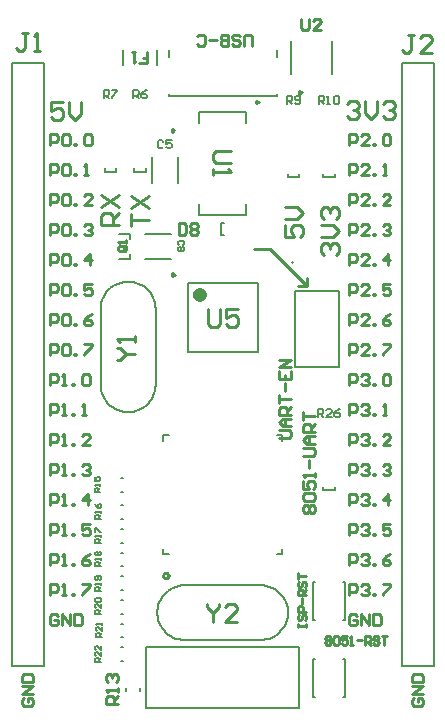
<source format=gto>
G04*
G04 #@! TF.GenerationSoftware,Altium Limited,Altium Designer,21.0.9 (235)*
G04*
G04 Layer_Color=65535*
%FSLAX25Y25*%
%MOIN*%
G70*
G04*
G04 #@! TF.SameCoordinates,E5CA4AE1-0186-4FD9-A07E-2EFFEE8FE40E*
G04*
G04*
G04 #@! TF.FilePolarity,Positive*
G04*
G01*
G75*
%ADD10C,0.00787*%
%ADD11C,0.00984*%
%ADD12C,0.01000*%
%ADD13C,0.02362*%
%ADD14C,0.00600*%
%ADD15C,0.00500*%
D10*
X85433Y26280D02*
X86423Y26333D01*
X87401Y26493D01*
X88356Y26759D01*
X89277Y27125D01*
X90152Y27590D01*
X90973Y28146D01*
X91728Y28788D01*
X92410Y29507D01*
X93009Y30296D01*
X93520Y31146D01*
X93937Y32045D01*
X94253Y32984D01*
X94466Y33952D01*
X94573Y34938D01*
X94573Y35929D01*
X94466Y36914D01*
X94253Y37882D01*
X93937Y38821D01*
X93520Y39721D01*
X93009Y40570D01*
X92409Y41359D01*
X91728Y42079D01*
X90973Y42720D01*
X90152Y43276D01*
X89276Y43741D01*
X88356Y44107D01*
X87401Y44373D01*
X86423Y44533D01*
X85433Y44587D01*
X60236D02*
X59247Y44533D01*
X58268Y44373D01*
X57314Y44107D01*
X56393Y43741D01*
X55517Y43276D01*
X54697Y42720D01*
X53941Y42079D01*
X53260Y41359D01*
X52660Y40570D01*
X52149Y39721D01*
X51733Y38821D01*
X51416Y37882D01*
X51203Y36914D01*
X51096Y35929D01*
Y34938D01*
X51203Y33952D01*
X51416Y32984D01*
X51733Y32045D01*
X52149Y31146D01*
X52660Y30296D01*
X53260Y29507D01*
X53941Y28788D01*
X54697Y28146D01*
X55517Y27590D01*
X56393Y27125D01*
X57314Y26759D01*
X58268Y26493D01*
X59246Y26333D01*
X60236Y26280D01*
X32185Y111417D02*
X32239Y110428D01*
X32399Y109450D01*
X32664Y108495D01*
X33031Y107574D01*
X33495Y106698D01*
X34051Y105878D01*
X34693Y105122D01*
X35413Y104441D01*
X36202Y103841D01*
X37051Y103330D01*
X37951Y102914D01*
X38890Y102597D01*
X39858Y102384D01*
X40843Y102277D01*
X41834D01*
X42819Y102384D01*
X43787Y102597D01*
X44727Y102914D01*
X45626Y103330D01*
X46475Y103841D01*
X47265Y104441D01*
X47984Y105122D01*
X48626Y105878D01*
X49182Y106698D01*
X49646Y107574D01*
X50013Y108495D01*
X50278Y109450D01*
X50438Y110428D01*
X50492Y111417D01*
Y136614D02*
X50438Y137604D01*
X50278Y138582D01*
X50013Y139537D01*
X49646Y140458D01*
X49182Y141333D01*
X48626Y142154D01*
X47984Y142909D01*
X47265Y143591D01*
X46475Y144191D01*
X45626Y144701D01*
X44727Y145118D01*
X43787Y145434D01*
X42819Y145647D01*
X41834Y145754D01*
X40843D01*
X39858Y145647D01*
X38890Y145434D01*
X37951Y145118D01*
X37051Y144701D01*
X36202Y144191D01*
X35413Y143591D01*
X34693Y142909D01*
X34051Y142154D01*
X33495Y141333D01*
X33031Y140458D01*
X32664Y139537D01*
X32399Y138582D01*
X32239Y137604D01*
X32185Y136614D01*
X113583Y33071D02*
Y45669D01*
X102953Y33071D02*
X103445D01*
X113091D02*
X113583D01*
X102953D02*
Y45669D01*
X103445D01*
X113091D02*
X113583D01*
X40650Y9449D02*
Y10236D01*
X45177Y9449D02*
Y10236D01*
X60236Y26280D02*
X85433D01*
X60236Y44587D02*
X85433D01*
X106299Y76181D02*
X110236D01*
Y77362D01*
X106299Y76181D02*
Y77362D01*
X72244Y161417D02*
Y165354D01*
Y161417D02*
X73425D01*
X72244Y165354D02*
X73425D01*
X94488Y180512D02*
X98425D01*
Y181693D01*
X94488Y180512D02*
Y181693D01*
X106299Y180512D02*
X110236D01*
Y181693D01*
X106299Y180512D02*
Y181693D01*
X32185Y111417D02*
Y136614D01*
X50492Y111417D02*
Y136614D01*
X50787Y218012D02*
Y222933D01*
X39764Y218012D02*
Y222933D01*
X90847Y207736D02*
Y208189D01*
Y220590D02*
Y222874D01*
X54823Y207736D02*
Y208189D01*
Y220590D02*
Y222874D01*
Y207736D02*
X90847D01*
X64985Y198553D02*
Y202239D01*
Y167839D02*
Y171526D01*
Y167839D02*
X80685D01*
Y198553D02*
Y202239D01*
Y167839D02*
Y171526D01*
X64985Y202239D02*
X80685D01*
X111575Y117323D02*
Y142520D01*
X97087D02*
X111575D01*
X97087Y117323D02*
Y142520D01*
Y117323D02*
X111575D01*
X49311Y178740D02*
Y187402D01*
X57776Y178740D02*
Y187402D01*
X95472Y214961D02*
Y225984D01*
X109252Y214961D02*
Y225984D01*
X46850Y153248D02*
X55512D01*
X46850Y161713D02*
X55512D01*
X38287Y153150D02*
X42028D01*
Y160138D02*
Y161811D01*
Y153150D02*
Y154823D01*
X38287Y161811D02*
X42028D01*
X43307Y182480D02*
X47244D01*
Y183661D01*
X43307Y182480D02*
Y183661D01*
X33465Y182480D02*
X37402D01*
Y183661D01*
X33465Y182480D02*
Y183661D01*
X38976Y23917D02*
X39764D01*
X38976Y19390D02*
X39764D01*
X38976Y31791D02*
X39764D01*
X38976Y27264D02*
X39764D01*
X38976Y39665D02*
X39764D01*
X38976Y35138D02*
X39764D01*
X38976Y47539D02*
X39764D01*
X38976Y43012D02*
X39764D01*
X38976Y55413D02*
X39764D01*
X38976Y50886D02*
X39764D01*
X38976Y63287D02*
X39764D01*
X38976Y58760D02*
X39764D01*
X38976Y71161D02*
X39764D01*
X38976Y66634D02*
X39764D01*
X38976Y75638D02*
X39764D01*
X38976Y80165D02*
X39764D01*
X132539Y17520D02*
X143130D01*
Y218701D01*
X132539D02*
X143130D01*
X132539Y17520D02*
Y218701D01*
X2539Y17520D02*
X13130D01*
Y218701D01*
X2539D02*
X13130D01*
X2539Y17520D02*
Y218701D01*
X102953Y7480D02*
X103445D01*
X113091D02*
X113583D01*
Y20079D01*
X102953D02*
X103445D01*
X113091D02*
X113583D01*
X102953Y7480D02*
Y20079D01*
X61221Y122244D02*
Y145473D01*
X84449Y122244D02*
Y145473D01*
X61221D02*
X84449D01*
X61221Y122244D02*
X84449D01*
X98425Y3484D02*
Y24075D01*
X47244D02*
X98425D01*
X47244Y3484D02*
X98425D01*
X47244D02*
Y24075D01*
D11*
X84842Y205630D02*
X84104Y206056D01*
Y205204D01*
X84842Y205630D01*
X56717Y196191D02*
X55979Y196617D01*
Y195765D01*
X56717Y196191D01*
X99114Y208842D02*
X98376Y209268D01*
Y208416D01*
X99114Y208842D01*
X56791Y148130D02*
X56053Y148556D01*
Y147704D01*
X56791Y148130D01*
D12*
X54835Y47803D02*
X54335Y48669D01*
X53335D01*
X52835Y47803D01*
X53335Y46937D01*
X54335D01*
X54835Y47803D01*
X83268Y156496D02*
X88583D01*
X100787Y144291D02*
Y147047D01*
X98032Y144291D02*
X100787D01*
X88583Y156496D02*
X100787Y144291D01*
X95866Y152165D02*
Y152165D01*
X97835Y30613D02*
Y31532D01*
Y31072D01*
X100590D01*
Y30613D01*
Y31532D01*
X98294Y34746D02*
X97835Y34286D01*
Y33368D01*
X98294Y32909D01*
X98753D01*
X99213Y33368D01*
Y34286D01*
X99672Y34746D01*
X100131D01*
X100590Y34286D01*
Y33368D01*
X100131Y32909D01*
X100590Y35664D02*
X97835D01*
Y37042D01*
X98294Y37501D01*
X99213D01*
X99672Y37042D01*
Y35664D01*
X99213Y38419D02*
Y40256D01*
X100590Y41174D02*
X97835D01*
Y42551D01*
X98294Y43011D01*
X99213D01*
X99672Y42551D01*
Y41174D01*
Y42092D02*
X100590Y43011D01*
X98294Y45766D02*
X97835Y45307D01*
Y44388D01*
X98294Y43929D01*
X98753D01*
X99213Y44388D01*
Y45307D01*
X99672Y45766D01*
X100131D01*
X100590Y45307D01*
Y44388D01*
X100131Y43929D01*
X97835Y46684D02*
Y48521D01*
Y47602D01*
X100590D01*
X37795Y5120D02*
X33859D01*
Y7088D01*
X34515Y7744D01*
X35827D01*
X36483Y7088D01*
Y5120D01*
Y6432D02*
X37795Y7744D01*
Y9055D02*
Y10367D01*
Y9711D01*
X33859D01*
X34515Y9055D01*
Y12335D02*
X33859Y12991D01*
Y14303D01*
X34515Y14959D01*
X35171D01*
X35827Y14303D01*
Y13647D01*
Y14303D01*
X36483Y14959D01*
X37139D01*
X37795Y14303D01*
Y12991D01*
X37139Y12335D01*
X6468Y6970D02*
X5812Y6314D01*
Y5002D01*
X6468Y4346D01*
X9092D01*
X9748Y5002D01*
Y6314D01*
X9092Y6970D01*
X7780D01*
Y5658D01*
X9748Y8282D02*
X5812D01*
X9748Y10906D01*
X5812D01*
Y12218D02*
X9748D01*
Y14186D01*
X9092Y14842D01*
X6468D01*
X5812Y14186D01*
Y12218D01*
X136468Y6970D02*
X135812Y6314D01*
Y5002D01*
X136468Y4346D01*
X139092D01*
X139748Y5002D01*
Y6314D01*
X139092Y6970D01*
X137780D01*
Y5658D01*
X139748Y8282D02*
X135812D01*
X139748Y10906D01*
X135812D01*
Y12218D02*
X139748D01*
Y14186D01*
X139092Y14842D01*
X136468D01*
X135812Y14186D01*
Y12218D01*
X117600Y34437D02*
X116944Y35093D01*
X115632D01*
X114976Y34437D01*
Y31813D01*
X115632Y31157D01*
X116944D01*
X117600Y31813D01*
Y33125D01*
X116288D01*
X118912Y31157D02*
Y35093D01*
X121536Y31157D01*
Y35093D01*
X122848D02*
Y31157D01*
X124816D01*
X125472Y31813D01*
Y34437D01*
X124816Y35093D01*
X122848D01*
X114976Y111158D02*
Y115093D01*
X116944D01*
X117600Y114437D01*
Y113125D01*
X116944Y112469D01*
X114976D01*
X118912Y114437D02*
X119568Y115093D01*
X120880D01*
X121536Y114437D01*
Y113781D01*
X120880Y113125D01*
X120224D01*
X120880D01*
X121536Y112469D01*
Y111813D01*
X120880Y111158D01*
X119568D01*
X118912Y111813D01*
X122848Y111158D02*
Y111813D01*
X123504D01*
Y111158D01*
X122848D01*
X126128Y114437D02*
X126784Y115093D01*
X128095D01*
X128752Y114437D01*
Y111813D01*
X128095Y111158D01*
X126784D01*
X126128Y111813D01*
Y114437D01*
X114976Y101157D02*
Y105093D01*
X116944D01*
X117600Y104437D01*
Y103125D01*
X116944Y102469D01*
X114976D01*
X118912Y104437D02*
X119568Y105093D01*
X120880D01*
X121536Y104437D01*
Y103781D01*
X120880Y103125D01*
X120224D01*
X120880D01*
X121536Y102469D01*
Y101813D01*
X120880Y101157D01*
X119568D01*
X118912Y101813D01*
X122848Y101157D02*
Y101813D01*
X123504D01*
Y101157D01*
X122848D01*
X126128D02*
X127440D01*
X126784D01*
Y105093D01*
X126128Y104437D01*
X114976Y81157D02*
Y85093D01*
X116944D01*
X117600Y84437D01*
Y83125D01*
X116944Y82469D01*
X114976D01*
X118912Y84437D02*
X119568Y85093D01*
X120880D01*
X121536Y84437D01*
Y83781D01*
X120880Y83125D01*
X120224D01*
X120880D01*
X121536Y82469D01*
Y81813D01*
X120880Y81157D01*
X119568D01*
X118912Y81813D01*
X122848Y81157D02*
Y81813D01*
X123504D01*
Y81157D01*
X122848D01*
X126128Y84437D02*
X126784Y85093D01*
X128095D01*
X128752Y84437D01*
Y83781D01*
X128095Y83125D01*
X127440D01*
X128095D01*
X128752Y82469D01*
Y81813D01*
X128095Y81157D01*
X126784D01*
X126128Y81813D01*
X114976Y91158D02*
Y95093D01*
X116944D01*
X117600Y94437D01*
Y93125D01*
X116944Y92469D01*
X114976D01*
X118912Y94437D02*
X119568Y95093D01*
X120880D01*
X121536Y94437D01*
Y93781D01*
X120880Y93125D01*
X120224D01*
X120880D01*
X121536Y92469D01*
Y91813D01*
X120880Y91158D01*
X119568D01*
X118912Y91813D01*
X122848Y91158D02*
Y91813D01*
X123504D01*
Y91158D01*
X122848D01*
X128752D02*
X126128D01*
X128752Y93781D01*
Y94437D01*
X128095Y95093D01*
X126784D01*
X126128Y94437D01*
X114976Y61158D02*
Y65093D01*
X116944D01*
X117600Y64437D01*
Y63125D01*
X116944Y62469D01*
X114976D01*
X118912Y64437D02*
X119568Y65093D01*
X120880D01*
X121536Y64437D01*
Y63781D01*
X120880Y63125D01*
X120224D01*
X120880D01*
X121536Y62469D01*
Y61813D01*
X120880Y61158D01*
X119568D01*
X118912Y61813D01*
X122848Y61158D02*
Y61813D01*
X123504D01*
Y61158D01*
X122848D01*
X128752Y65093D02*
X126128D01*
Y63125D01*
X127440Y63781D01*
X128095D01*
X128752Y63125D01*
Y61813D01*
X128095Y61158D01*
X126784D01*
X126128Y61813D01*
X114976Y71157D02*
Y75093D01*
X116944D01*
X117600Y74437D01*
Y73125D01*
X116944Y72469D01*
X114976D01*
X118912Y74437D02*
X119568Y75093D01*
X120880D01*
X121536Y74437D01*
Y73781D01*
X120880Y73125D01*
X120224D01*
X120880D01*
X121536Y72469D01*
Y71813D01*
X120880Y71157D01*
X119568D01*
X118912Y71813D01*
X122848Y71157D02*
Y71813D01*
X123504D01*
Y71157D01*
X122848D01*
X128095D02*
Y75093D01*
X126128Y73125D01*
X128752D01*
X114976Y41157D02*
Y45093D01*
X116944D01*
X117600Y44437D01*
Y43125D01*
X116944Y42469D01*
X114976D01*
X118912Y44437D02*
X119568Y45093D01*
X120880D01*
X121536Y44437D01*
Y43781D01*
X120880Y43125D01*
X120224D01*
X120880D01*
X121536Y42469D01*
Y41813D01*
X120880Y41157D01*
X119568D01*
X118912Y41813D01*
X122848Y41157D02*
Y41813D01*
X123504D01*
Y41157D01*
X122848D01*
X126128Y45093D02*
X128752D01*
Y44437D01*
X126128Y41813D01*
Y41157D01*
X114976Y51157D02*
Y55093D01*
X116944D01*
X117600Y54437D01*
Y53125D01*
X116944Y52469D01*
X114976D01*
X118912Y54437D02*
X119568Y55093D01*
X120880D01*
X121536Y54437D01*
Y53781D01*
X120880Y53125D01*
X120224D01*
X120880D01*
X121536Y52469D01*
Y51813D01*
X120880Y51157D01*
X119568D01*
X118912Y51813D01*
X122848Y51157D02*
Y51813D01*
X123504D01*
Y51157D01*
X122848D01*
X128752Y55093D02*
X127440Y54437D01*
X126128Y53125D01*
Y51813D01*
X126784Y51157D01*
X128095D01*
X128752Y51813D01*
Y52469D01*
X128095Y53125D01*
X126128D01*
X114976Y131158D02*
Y135093D01*
X116944D01*
X117600Y134437D01*
Y133125D01*
X116944Y132469D01*
X114976D01*
X121536Y131158D02*
X118912D01*
X121536Y133781D01*
Y134437D01*
X120880Y135093D01*
X119568D01*
X118912Y134437D01*
X122848Y131158D02*
Y131813D01*
X123504D01*
Y131158D01*
X122848D01*
X128752Y135093D02*
X127440Y134437D01*
X126128Y133125D01*
Y131813D01*
X126784Y131158D01*
X128095D01*
X128752Y131813D01*
Y132469D01*
X128095Y133125D01*
X126128D01*
X114976Y121158D02*
Y125093D01*
X116944D01*
X117600Y124437D01*
Y123125D01*
X116944Y122469D01*
X114976D01*
X121536Y121158D02*
X118912D01*
X121536Y123781D01*
Y124437D01*
X120880Y125093D01*
X119568D01*
X118912Y124437D01*
X122848Y121158D02*
Y121813D01*
X123504D01*
Y121158D01*
X122848D01*
X126128Y125093D02*
X128752D01*
Y124437D01*
X126128Y121813D01*
Y121158D01*
X114976Y151157D02*
Y155093D01*
X116944D01*
X117600Y154437D01*
Y153125D01*
X116944Y152469D01*
X114976D01*
X121536Y151157D02*
X118912D01*
X121536Y153781D01*
Y154437D01*
X120880Y155093D01*
X119568D01*
X118912Y154437D01*
X122848Y151157D02*
Y151813D01*
X123504D01*
Y151157D01*
X122848D01*
X128095D02*
Y155093D01*
X126128Y153125D01*
X128752D01*
X114976Y141157D02*
Y145093D01*
X116944D01*
X117600Y144437D01*
Y143125D01*
X116944Y142469D01*
X114976D01*
X121536Y141157D02*
X118912D01*
X121536Y143781D01*
Y144437D01*
X120880Y145093D01*
X119568D01*
X118912Y144437D01*
X122848Y141157D02*
Y141813D01*
X123504D01*
Y141157D01*
X122848D01*
X128752Y145093D02*
X126128D01*
Y143125D01*
X127440Y143781D01*
X128095D01*
X128752Y143125D01*
Y141813D01*
X128095Y141157D01*
X126784D01*
X126128Y141813D01*
X114976Y171158D02*
Y175093D01*
X116944D01*
X117600Y174437D01*
Y173125D01*
X116944Y172469D01*
X114976D01*
X121536Y171158D02*
X118912D01*
X121536Y173781D01*
Y174437D01*
X120880Y175093D01*
X119568D01*
X118912Y174437D01*
X122848Y171158D02*
Y171813D01*
X123504D01*
Y171158D01*
X122848D01*
X128752D02*
X126128D01*
X128752Y173781D01*
Y174437D01*
X128095Y175093D01*
X126784D01*
X126128Y174437D01*
X114976Y161158D02*
Y165093D01*
X116944D01*
X117600Y164437D01*
Y163125D01*
X116944Y162469D01*
X114976D01*
X121536Y161158D02*
X118912D01*
X121536Y163781D01*
Y164437D01*
X120880Y165093D01*
X119568D01*
X118912Y164437D01*
X122848Y161158D02*
Y161813D01*
X123504D01*
Y161158D01*
X122848D01*
X126128Y164437D02*
X126784Y165093D01*
X128095D01*
X128752Y164437D01*
Y163781D01*
X128095Y163125D01*
X127440D01*
X128095D01*
X128752Y162469D01*
Y161813D01*
X128095Y161158D01*
X126784D01*
X126128Y161813D01*
X114976Y181158D02*
Y185093D01*
X116944D01*
X117600Y184437D01*
Y183125D01*
X116944Y182469D01*
X114976D01*
X121536Y181158D02*
X118912D01*
X121536Y183781D01*
Y184437D01*
X120880Y185093D01*
X119568D01*
X118912Y184437D01*
X122848Y181158D02*
Y181813D01*
X123504D01*
Y181158D01*
X122848D01*
X126128D02*
X127440D01*
X126784D01*
Y185093D01*
X126128Y184437D01*
X114976Y191157D02*
Y195093D01*
X116944D01*
X117600Y194437D01*
Y193125D01*
X116944Y192469D01*
X114976D01*
X121536Y191157D02*
X118912D01*
X121536Y193781D01*
Y194437D01*
X120880Y195093D01*
X119568D01*
X118912Y194437D01*
X122848Y191157D02*
Y191813D01*
X123504D01*
Y191157D01*
X122848D01*
X126128Y194437D02*
X126784Y195093D01*
X128095D01*
X128752Y194437D01*
Y191813D01*
X128095Y191157D01*
X126784D01*
X126128Y191813D01*
Y194437D01*
X114189Y205014D02*
X115189Y206014D01*
X117188D01*
X118188Y205014D01*
Y204014D01*
X117188Y203015D01*
X116188D01*
X117188D01*
X118188Y202015D01*
Y201015D01*
X117188Y200016D01*
X115189D01*
X114189Y201015D01*
X120187Y206014D02*
Y202015D01*
X122186Y200016D01*
X124186Y202015D01*
Y206014D01*
X126185Y205014D02*
X127185Y206014D01*
X129184D01*
X130184Y205014D01*
Y204014D01*
X129184Y203015D01*
X128184D01*
X129184D01*
X130184Y202015D01*
Y201015D01*
X129184Y200016D01*
X127185D01*
X126185Y201015D01*
X17994Y34437D02*
X17338Y35093D01*
X16026D01*
X15370Y34437D01*
Y31813D01*
X16026Y31157D01*
X17338D01*
X17994Y31813D01*
Y33125D01*
X16682D01*
X19306Y31157D02*
Y35093D01*
X21930Y31157D01*
Y35093D01*
X23242D02*
Y31157D01*
X25209D01*
X25865Y31813D01*
Y34437D01*
X25209Y35093D01*
X23242D01*
X15370Y111158D02*
Y115093D01*
X17338D01*
X17994Y114437D01*
Y113125D01*
X17338Y112469D01*
X15370D01*
X19306Y111158D02*
X20618D01*
X19962D01*
Y115093D01*
X19306Y114437D01*
X22586Y111158D02*
Y111813D01*
X23242D01*
Y111158D01*
X22586D01*
X25865Y114437D02*
X26521Y115093D01*
X27833D01*
X28489Y114437D01*
Y111813D01*
X27833Y111158D01*
X26521D01*
X25865Y111813D01*
Y114437D01*
X15370Y101157D02*
Y105093D01*
X17338D01*
X17994Y104437D01*
Y103125D01*
X17338Y102469D01*
X15370D01*
X19306Y101157D02*
X20618D01*
X19962D01*
Y105093D01*
X19306Y104437D01*
X22586Y101157D02*
Y101813D01*
X23242D01*
Y101157D01*
X22586D01*
X25865D02*
X27177D01*
X26521D01*
Y105093D01*
X25865Y104437D01*
X15370Y91158D02*
Y95093D01*
X17338D01*
X17994Y94437D01*
Y93125D01*
X17338Y92469D01*
X15370D01*
X19306Y91158D02*
X20618D01*
X19962D01*
Y95093D01*
X19306Y94437D01*
X22586Y91158D02*
Y91813D01*
X23242D01*
Y91158D01*
X22586D01*
X28489D02*
X25865D01*
X28489Y93781D01*
Y94437D01*
X27833Y95093D01*
X26521D01*
X25865Y94437D01*
X15370Y61158D02*
Y65093D01*
X17338D01*
X17994Y64437D01*
Y63125D01*
X17338Y62469D01*
X15370D01*
X19306Y61158D02*
X20618D01*
X19962D01*
Y65093D01*
X19306Y64437D01*
X22586Y61158D02*
Y61813D01*
X23242D01*
Y61158D01*
X22586D01*
X28489Y65093D02*
X25865D01*
Y63125D01*
X27177Y63781D01*
X27833D01*
X28489Y63125D01*
Y61813D01*
X27833Y61158D01*
X26521D01*
X25865Y61813D01*
X15370Y71157D02*
Y75093D01*
X17338D01*
X17994Y74437D01*
Y73125D01*
X17338Y72469D01*
X15370D01*
X19306Y71157D02*
X20618D01*
X19962D01*
Y75093D01*
X19306Y74437D01*
X22586Y71157D02*
Y71813D01*
X23242D01*
Y71157D01*
X22586D01*
X27833D02*
Y75093D01*
X25865Y73125D01*
X28489D01*
X15370Y81157D02*
Y85093D01*
X17338D01*
X17994Y84437D01*
Y83125D01*
X17338Y82469D01*
X15370D01*
X19306Y81157D02*
X20618D01*
X19962D01*
Y85093D01*
X19306Y84437D01*
X22586Y81157D02*
Y81813D01*
X23242D01*
Y81157D01*
X22586D01*
X25865Y84437D02*
X26521Y85093D01*
X27833D01*
X28489Y84437D01*
Y83781D01*
X27833Y83125D01*
X27177D01*
X27833D01*
X28489Y82469D01*
Y81813D01*
X27833Y81157D01*
X26521D01*
X25865Y81813D01*
X15370Y51157D02*
Y55093D01*
X17338D01*
X17994Y54437D01*
Y53125D01*
X17338Y52469D01*
X15370D01*
X19306Y51157D02*
X20618D01*
X19962D01*
Y55093D01*
X19306Y54437D01*
X22586Y51157D02*
Y51813D01*
X23242D01*
Y51157D01*
X22586D01*
X28489Y55093D02*
X27177Y54437D01*
X25865Y53125D01*
Y51813D01*
X26521Y51157D01*
X27833D01*
X28489Y51813D01*
Y52469D01*
X27833Y53125D01*
X25865D01*
X15370Y41157D02*
Y45093D01*
X17338D01*
X17994Y44437D01*
Y43125D01*
X17338Y42469D01*
X15370D01*
X19306Y41157D02*
X20618D01*
X19962D01*
Y45093D01*
X19306Y44437D01*
X22586Y41157D02*
Y41813D01*
X23242D01*
Y41157D01*
X22586D01*
X25865Y45093D02*
X28489D01*
Y44437D01*
X25865Y41813D01*
Y41157D01*
X15370Y121158D02*
Y125093D01*
X17338D01*
X17994Y124437D01*
Y123125D01*
X17338Y122469D01*
X15370D01*
X19306Y124437D02*
X19962Y125093D01*
X21274D01*
X21930Y124437D01*
Y121813D01*
X21274Y121158D01*
X19962D01*
X19306Y121813D01*
Y124437D01*
X23242Y121158D02*
Y121813D01*
X23898D01*
Y121158D01*
X23242D01*
X26521Y125093D02*
X29145D01*
Y124437D01*
X26521Y121813D01*
Y121158D01*
X15370Y131158D02*
Y135093D01*
X17338D01*
X17994Y134437D01*
Y133125D01*
X17338Y132469D01*
X15370D01*
X19306Y134437D02*
X19962Y135093D01*
X21274D01*
X21930Y134437D01*
Y131813D01*
X21274Y131158D01*
X19962D01*
X19306Y131813D01*
Y134437D01*
X23242Y131158D02*
Y131813D01*
X23898D01*
Y131158D01*
X23242D01*
X29145Y135093D02*
X27833Y134437D01*
X26521Y133125D01*
Y131813D01*
X27177Y131158D01*
X28489D01*
X29145Y131813D01*
Y132469D01*
X28489Y133125D01*
X26521D01*
X15370Y161158D02*
Y165093D01*
X17338D01*
X17994Y164437D01*
Y163125D01*
X17338Y162469D01*
X15370D01*
X19306Y164437D02*
X19962Y165093D01*
X21274D01*
X21930Y164437D01*
Y161813D01*
X21274Y161158D01*
X19962D01*
X19306Y161813D01*
Y164437D01*
X23242Y161158D02*
Y161813D01*
X23898D01*
Y161158D01*
X23242D01*
X26521Y164437D02*
X27177Y165093D01*
X28489D01*
X29145Y164437D01*
Y163781D01*
X28489Y163125D01*
X27833D01*
X28489D01*
X29145Y162469D01*
Y161813D01*
X28489Y161158D01*
X27177D01*
X26521Y161813D01*
X15370Y151157D02*
Y155093D01*
X17338D01*
X17994Y154437D01*
Y153125D01*
X17338Y152469D01*
X15370D01*
X19306Y154437D02*
X19962Y155093D01*
X21274D01*
X21930Y154437D01*
Y151813D01*
X21274Y151157D01*
X19962D01*
X19306Y151813D01*
Y154437D01*
X23242Y151157D02*
Y151813D01*
X23898D01*
Y151157D01*
X23242D01*
X28489D02*
Y155093D01*
X26521Y153125D01*
X29145D01*
X15370Y141157D02*
Y145093D01*
X17338D01*
X17994Y144437D01*
Y143125D01*
X17338Y142469D01*
X15370D01*
X19306Y144437D02*
X19962Y145093D01*
X21274D01*
X21930Y144437D01*
Y141813D01*
X21274Y141157D01*
X19962D01*
X19306Y141813D01*
Y144437D01*
X23242Y141157D02*
Y141813D01*
X23898D01*
Y141157D01*
X23242D01*
X29145Y145093D02*
X26521D01*
Y143125D01*
X27833Y143781D01*
X28489D01*
X29145Y143125D01*
Y141813D01*
X28489Y141157D01*
X27177D01*
X26521Y141813D01*
X15370Y171158D02*
Y175093D01*
X17338D01*
X17994Y174437D01*
Y173125D01*
X17338Y172469D01*
X15370D01*
X19306Y174437D02*
X19962Y175093D01*
X21274D01*
X21930Y174437D01*
Y171813D01*
X21274Y171158D01*
X19962D01*
X19306Y171813D01*
Y174437D01*
X23242Y171158D02*
Y171813D01*
X23898D01*
Y171158D01*
X23242D01*
X29145D02*
X26521D01*
X29145Y173781D01*
Y174437D01*
X28489Y175093D01*
X27177D01*
X26521Y174437D01*
X15370Y181158D02*
Y185093D01*
X17338D01*
X17994Y184437D01*
Y183125D01*
X17338Y182469D01*
X15370D01*
X19306Y184437D02*
X19962Y185093D01*
X21274D01*
X21930Y184437D01*
Y181813D01*
X21274Y181158D01*
X19962D01*
X19306Y181813D01*
Y184437D01*
X23242Y181158D02*
Y181813D01*
X23898D01*
Y181158D01*
X23242D01*
X26521D02*
X27833D01*
X27177D01*
Y185093D01*
X26521Y184437D01*
X15370Y191157D02*
Y195093D01*
X17338D01*
X17994Y194437D01*
Y193125D01*
X17338Y192469D01*
X15370D01*
X19306Y194437D02*
X19962Y195093D01*
X21274D01*
X21930Y194437D01*
Y191813D01*
X21274Y191157D01*
X19962D01*
X19306Y191813D01*
Y194437D01*
X23242Y191157D02*
Y191813D01*
X23898D01*
Y191157D01*
X23242D01*
X26521Y194437D02*
X27177Y195093D01*
X28489D01*
X29145Y194437D01*
Y191813D01*
X28489Y191157D01*
X27177D01*
X26521Y191813D01*
Y194437D01*
X19762Y205620D02*
X15764D01*
Y202621D01*
X17763Y203621D01*
X18763D01*
X19762Y202621D01*
Y200622D01*
X18763Y199622D01*
X16763D01*
X15764Y200622D01*
X21762Y205620D02*
Y201621D01*
X23761Y199622D01*
X25761Y201621D01*
Y205620D01*
X100263Y68706D02*
X99607Y69362D01*
Y70674D01*
X100263Y71330D01*
X100919D01*
X101575Y70674D01*
X102231Y71330D01*
X102887D01*
X103543Y70674D01*
Y69362D01*
X102887Y68706D01*
X102231D01*
X101575Y69362D01*
X100919Y68706D01*
X100263D01*
X101575Y69362D02*
Y70674D01*
X100263Y72642D02*
X99607Y73298D01*
Y74610D01*
X100263Y75266D01*
X102887D01*
X103543Y74610D01*
Y73298D01*
X102887Y72642D01*
X100263D01*
X99607Y79202D02*
Y76578D01*
X101575D01*
X100919Y77890D01*
Y78545D01*
X101575Y79202D01*
X102887D01*
X103543Y78545D01*
Y77234D01*
X102887Y76578D01*
X103543Y80513D02*
Y81825D01*
Y81169D01*
X99607D01*
X100263Y80513D01*
X101575Y83793D02*
Y86417D01*
X99607Y87729D02*
X102887D01*
X103543Y88385D01*
Y89697D01*
X102887Y90353D01*
X99607D01*
X103543Y91665D02*
X100919D01*
X99607Y92977D01*
X100919Y94288D01*
X103543D01*
X101575D01*
Y91665D01*
X103543Y95600D02*
X99607D01*
Y97568D01*
X100263Y98224D01*
X101575D01*
X102231Y97568D01*
Y95600D01*
Y96912D02*
X103543Y98224D01*
X99607Y99536D02*
Y102160D01*
Y100848D01*
X103543D01*
X67639Y38432D02*
Y37432D01*
X69639Y35433D01*
X71638Y37432D01*
Y38432D01*
X69639Y35433D02*
Y32434D01*
X77636D02*
X73637D01*
X77636Y36433D01*
Y37432D01*
X76636Y38432D01*
X74637D01*
X73637Y37432D01*
X37552Y119623D02*
X38552D01*
X40551Y121623D01*
X38552Y123622D01*
X37552D01*
X40551Y121623D02*
X43550D01*
Y125621D02*
Y127621D01*
Y126621D01*
X37552D01*
X38552Y125621D01*
X82609Y224213D02*
Y227493D01*
X81953Y228149D01*
X80641D01*
X79985Y227493D01*
Y224213D01*
X76049Y224869D02*
X76705Y224213D01*
X78017D01*
X78673Y224869D01*
Y225525D01*
X78017Y226181D01*
X76705D01*
X76049Y226837D01*
Y227493D01*
X76705Y228149D01*
X78017D01*
X78673Y227493D01*
X74737Y224213D02*
Y228149D01*
X72769D01*
X72113Y227493D01*
Y226837D01*
X72769Y226181D01*
X74737D01*
X72769D01*
X72113Y225525D01*
Y224869D01*
X72769Y224213D01*
X74737D01*
X70801Y226181D02*
X68177D01*
X64242Y224869D02*
X64898Y224213D01*
X66210D01*
X66866Y224869D01*
Y227493D01*
X66210Y228149D01*
X64898D01*
X64242Y227493D01*
X91536Y93574D02*
X94816D01*
X95472Y94230D01*
Y95542D01*
X94816Y96198D01*
X91536D01*
X95472Y97509D02*
X92848D01*
X91536Y98821D01*
X92848Y100133D01*
X95472D01*
X93504D01*
Y97509D01*
X95472Y101445D02*
X91536D01*
Y103413D01*
X92192Y104069D01*
X93504D01*
X94160Y103413D01*
Y101445D01*
Y102757D02*
X95472Y104069D01*
X91536Y105381D02*
Y108005D01*
Y106693D01*
X95472D01*
X93504Y109317D02*
Y111941D01*
X91536Y115876D02*
Y113252D01*
X95472D01*
Y115876D01*
X93504Y113252D02*
Y114564D01*
X95472Y117188D02*
X91536D01*
X95472Y119812D01*
X91536D01*
X67836Y136660D02*
Y131662D01*
X68836Y130662D01*
X70835D01*
X71835Y131662D01*
Y136660D01*
X77833D02*
X73834D01*
Y133661D01*
X75834Y134661D01*
X76833D01*
X77833Y133661D01*
Y131662D01*
X76833Y130662D01*
X74834D01*
X73834Y131662D01*
X98886Y233464D02*
Y230184D01*
X99541Y229528D01*
X100853D01*
X101509Y230184D01*
Y233464D01*
X105445Y229528D02*
X102821D01*
X105445Y232152D01*
Y232808D01*
X104789Y233464D01*
X103477D01*
X102821Y232808D01*
X75637Y189235D02*
X70639D01*
X69639Y188235D01*
Y186236D01*
X70639Y185236D01*
X75637D01*
X69639Y183237D02*
Y181237D01*
Y182237D01*
X75637D01*
X74637Y183237D01*
X42276Y164293D02*
Y168292D01*
Y166292D01*
X48275D01*
X42276Y170291D02*
X48275Y174290D01*
X42276D02*
X48275Y170291D01*
X38235Y164687D02*
X32237D01*
Y167686D01*
X33237Y168685D01*
X35236D01*
X36236Y167686D01*
Y164687D01*
Y166686D02*
X38235Y168685D01*
X32237Y170685D02*
X38235Y174683D01*
X32237D02*
X38235Y170685D01*
X40288Y157677D02*
X38452D01*
X37993Y157218D01*
Y156300D01*
X38452Y155841D01*
X40288D01*
X40748Y156300D01*
Y157218D01*
X39829Y156759D02*
X40748Y157677D01*
Y157218D02*
X40288Y157677D01*
X40748Y158596D02*
Y159514D01*
Y159055D01*
X37993D01*
X38452Y158596D01*
X136599Y227999D02*
X134599D01*
X135599D01*
Y223001D01*
X134599Y222001D01*
X133600D01*
X132600Y223001D01*
X142597Y222001D02*
X138598D01*
X142597Y226000D01*
Y226999D01*
X141597Y227999D01*
X139598D01*
X138598Y226999D01*
X8071Y228590D02*
X6072D01*
X7071D01*
Y223591D01*
X6072Y222591D01*
X5072D01*
X4072Y223591D01*
X10070Y222591D02*
X12070D01*
X11070D01*
Y228590D01*
X10070Y227590D01*
X45079Y218505D02*
X47703D01*
Y220472D01*
X46391D01*
X47703D01*
Y222440D01*
X43767D02*
X42455D01*
X43111D01*
Y218505D01*
X43767Y219161D01*
X58138Y165354D02*
Y161418D01*
X60105D01*
X60761Y162074D01*
Y164698D01*
X60105Y165354D01*
X58138D01*
X62073Y164698D02*
X62729Y165354D01*
X64041D01*
X64697Y164698D01*
Y164042D01*
X64041Y163386D01*
X64697Y162730D01*
Y162074D01*
X64041Y161418D01*
X62729D01*
X62073Y162074D01*
Y162730D01*
X62729Y163386D01*
X62073Y164042D01*
Y164698D01*
X62729Y163386D02*
X64041D01*
X106992Y27099D02*
X107451Y27559D01*
X108369D01*
X108828Y27099D01*
Y26640D01*
X108369Y26181D01*
X108828Y25722D01*
Y25263D01*
X108369Y24804D01*
X107451D01*
X106992Y25263D01*
Y25722D01*
X107451Y26181D01*
X106992Y26640D01*
Y27099D01*
X107451Y26181D02*
X108369D01*
X109747Y27099D02*
X110206Y27559D01*
X111124D01*
X111583Y27099D01*
Y25263D01*
X111124Y24804D01*
X110206D01*
X109747Y25263D01*
Y27099D01*
X114338Y27559D02*
X112502D01*
Y26181D01*
X113420Y26640D01*
X113879D01*
X114338Y26181D01*
Y25263D01*
X113879Y24804D01*
X112961D01*
X112502Y25263D01*
X115257Y24804D02*
X116175D01*
X115716D01*
Y27559D01*
X115257Y27099D01*
X117552Y26181D02*
X119389D01*
X120307Y24804D02*
Y27559D01*
X121685D01*
X122144Y27099D01*
Y26181D01*
X121685Y25722D01*
X120307D01*
X121226D02*
X122144Y24804D01*
X124899Y27099D02*
X124440Y27559D01*
X123522D01*
X123063Y27099D01*
Y26640D01*
X123522Y26181D01*
X124440D01*
X124899Y25722D01*
Y25263D01*
X124440Y24804D01*
X123522D01*
X123063Y25263D01*
X125818Y27559D02*
X127654D01*
X126736D01*
Y24804D01*
X93458Y164551D02*
Y160553D01*
X96457D01*
X95457Y162552D01*
Y163552D01*
X96457Y164551D01*
X98456D01*
X99456Y163552D01*
Y161553D01*
X98456Y160553D01*
X93458Y166551D02*
X97456D01*
X99456Y168550D01*
X97456Y170550D01*
X93458D01*
X106465Y154601D02*
X105465Y155601D01*
Y157600D01*
X106465Y158600D01*
X107465D01*
X108465Y157600D01*
Y156600D01*
Y157600D01*
X109464Y158600D01*
X110464D01*
X111464Y157600D01*
Y155601D01*
X110464Y154601D01*
X105465Y160599D02*
X109464D01*
X111464Y162598D01*
X109464Y164598D01*
X105465D01*
X106465Y166597D02*
X105465Y167597D01*
Y169596D01*
X106465Y170596D01*
X107465D01*
X108465Y169596D01*
Y168596D01*
Y169596D01*
X109464Y170596D01*
X110464D01*
X111464Y169596D01*
Y167597D01*
X110464Y166597D01*
D13*
X66339Y141535D02*
X65894Y142459D01*
X64895Y142687D01*
X64093Y142048D01*
Y141023D01*
X64895Y140384D01*
X65894Y140612D01*
X66339Y141535D01*
D14*
X52935Y54903D02*
Y56803D01*
Y94703D02*
X54835D01*
X92735Y92803D02*
Y94703D01*
Y54903D02*
Y56803D01*
X90835Y94703D02*
X92735D01*
X52935Y92803D02*
Y94703D01*
Y54903D02*
X54835D01*
X90835D02*
X92735D01*
D15*
X104594Y100591D02*
Y103346D01*
X105972D01*
X106431Y102887D01*
Y101969D01*
X105972Y101509D01*
X104594D01*
X105513D02*
X106431Y100591D01*
X109186D02*
X107349D01*
X109186Y102428D01*
Y102887D01*
X108727Y103346D01*
X107809D01*
X107349Y102887D01*
X111941Y103346D02*
X111023Y102887D01*
X110104Y101969D01*
Y101050D01*
X110564Y100591D01*
X111482D01*
X111941Y101050D01*
Y101509D01*
X111482Y101969D01*
X110104D01*
X32283Y19030D02*
X30315D01*
Y20014D01*
X30643Y20342D01*
X31299D01*
X31627Y20014D01*
Y19030D01*
Y19686D02*
X32283Y20342D01*
Y22309D02*
Y20998D01*
X30971Y22309D01*
X30643D01*
X30315Y21982D01*
Y21326D01*
X30643Y20998D01*
X32283Y24277D02*
Y22965D01*
X30971Y24277D01*
X30643D01*
X30315Y23949D01*
Y23293D01*
X30643Y22965D01*
X32480Y27429D02*
X30512D01*
Y28413D01*
X30840Y28741D01*
X31496D01*
X31824Y28413D01*
Y27429D01*
Y28084D02*
X32480Y28741D01*
Y30708D02*
Y29396D01*
X31168Y30708D01*
X30840D01*
X30512Y30380D01*
Y29724D01*
X30840Y29396D01*
X32480Y31364D02*
Y32020D01*
Y31692D01*
X30512D01*
X30840Y31364D01*
X32283Y34975D02*
X30315D01*
Y35958D01*
X30643Y36287D01*
X31299D01*
X31627Y35958D01*
Y34975D01*
Y35631D02*
X32283Y36287D01*
Y38254D02*
Y36942D01*
X30971Y38254D01*
X30643D01*
X30315Y37926D01*
Y37270D01*
X30643Y36942D01*
Y38910D02*
X30315Y39238D01*
Y39894D01*
X30643Y40222D01*
X31955D01*
X32283Y39894D01*
Y39238D01*
X31955Y38910D01*
X30643D01*
X32283Y42619D02*
X30315D01*
Y43603D01*
X30643Y43931D01*
X31299D01*
X31627Y43603D01*
Y42619D01*
Y43275D02*
X32283Y43931D01*
Y44587D02*
Y45243D01*
Y44915D01*
X30315D01*
X30643Y44587D01*
X31955Y46227D02*
X32283Y46555D01*
Y47211D01*
X31955Y47539D01*
X30643D01*
X30315Y47211D01*
Y46555D01*
X30643Y46227D01*
X30971D01*
X31299Y46555D01*
Y47539D01*
X32283Y50887D02*
X30315D01*
Y51871D01*
X30643Y52198D01*
X31299D01*
X31627Y51871D01*
Y50887D01*
Y51543D02*
X32283Y52198D01*
Y52855D02*
Y53510D01*
Y53183D01*
X30315D01*
X30643Y52855D01*
Y54494D02*
X30315Y54822D01*
Y55478D01*
X30643Y55806D01*
X30971D01*
X31299Y55478D01*
X31627Y55806D01*
X31955D01*
X32283Y55478D01*
Y54822D01*
X31955Y54494D01*
X31627D01*
X31299Y54822D01*
X30971Y54494D01*
X30643D01*
X31299Y54822D02*
Y55478D01*
X32283Y58761D02*
X30315D01*
Y59745D01*
X30643Y60072D01*
X31299D01*
X31627Y59745D01*
Y58761D01*
Y59417D02*
X32283Y60072D01*
Y60729D02*
Y61384D01*
Y61057D01*
X30315D01*
X30643Y60729D01*
X30315Y62368D02*
Y63680D01*
X30643D01*
X31955Y62368D01*
X32283D01*
Y66635D02*
X30315D01*
Y67619D01*
X30643Y67947D01*
X31299D01*
X31627Y67619D01*
Y66635D01*
Y67291D02*
X32283Y67947D01*
Y68603D02*
Y69258D01*
Y68931D01*
X30315D01*
X30643Y68603D01*
X30315Y71554D02*
X30643Y70898D01*
X31299Y70242D01*
X31955D01*
X32283Y70570D01*
Y71226D01*
X31955Y71554D01*
X31627D01*
X31299Y71226D01*
Y70242D01*
X32086Y75688D02*
X30118D01*
Y76672D01*
X30446Y77000D01*
X31102D01*
X31430Y76672D01*
Y75688D01*
Y76344D02*
X32086Y77000D01*
Y77656D02*
Y78312D01*
Y77984D01*
X30118D01*
X30446Y77656D01*
X30118Y80608D02*
Y79296D01*
X31102D01*
X30774Y79952D01*
Y80280D01*
X31102Y80608D01*
X31758D01*
X32086Y80280D01*
Y79624D01*
X31758Y79296D01*
X104824Y204922D02*
Y207677D01*
X106202D01*
X106661Y207218D01*
Y206299D01*
X106202Y205840D01*
X104824D01*
X105742D02*
X106661Y204922D01*
X107579D02*
X108497D01*
X108038D01*
Y207677D01*
X107579Y207218D01*
X109875D02*
X110334Y207677D01*
X111252D01*
X111712Y207218D01*
Y205381D01*
X111252Y204922D01*
X110334D01*
X109875Y205381D01*
Y207218D01*
X94161Y204922D02*
Y207677D01*
X95538D01*
X95998Y207218D01*
Y206299D01*
X95538Y205840D01*
X94161D01*
X95079D02*
X95998Y204922D01*
X96916Y205381D02*
X97375Y204922D01*
X98293D01*
X98752Y205381D01*
Y207218D01*
X98293Y207677D01*
X97375D01*
X96916Y207218D01*
Y206758D01*
X97375Y206299D01*
X98752D01*
X33137Y206890D02*
Y209645D01*
X34515D01*
X34974Y209186D01*
Y208268D01*
X34515Y207809D01*
X33137D01*
X34056D02*
X34974Y206890D01*
X35892Y209645D02*
X37729D01*
Y209186D01*
X35892Y207349D01*
Y206890D01*
X42980D02*
Y209645D01*
X44357D01*
X44816Y209186D01*
Y208268D01*
X44357Y207809D01*
X42980D01*
X43898D02*
X44816Y206890D01*
X47571Y209645D02*
X46653Y209186D01*
X45735Y208268D01*
Y207349D01*
X46194Y206890D01*
X47112D01*
X47571Y207349D01*
Y207809D01*
X47112Y208268D01*
X45735D01*
X59514Y158005D02*
X59842Y158333D01*
Y158989D01*
X59514Y159317D01*
X58202D01*
X57874Y158989D01*
Y158333D01*
X58202Y158005D01*
X59514Y157349D02*
X59842Y157021D01*
Y156365D01*
X59514Y156037D01*
X59186D01*
X58858Y156365D01*
X58530Y156037D01*
X58202D01*
X57874Y156365D01*
Y157021D01*
X58202Y157349D01*
X58530D01*
X58858Y157021D01*
X59186Y157349D01*
X59514D01*
X58858Y157021D02*
Y156365D01*
X53084Y192454D02*
X52625Y192913D01*
X51707D01*
X51248Y192454D01*
Y190617D01*
X51707Y190158D01*
X52625D01*
X53084Y190617D01*
X55839Y192913D02*
X54002D01*
Y191535D01*
X54921Y191995D01*
X55380D01*
X55839Y191535D01*
Y190617D01*
X55380Y190158D01*
X54462D01*
X54002Y190617D01*
M02*

</source>
